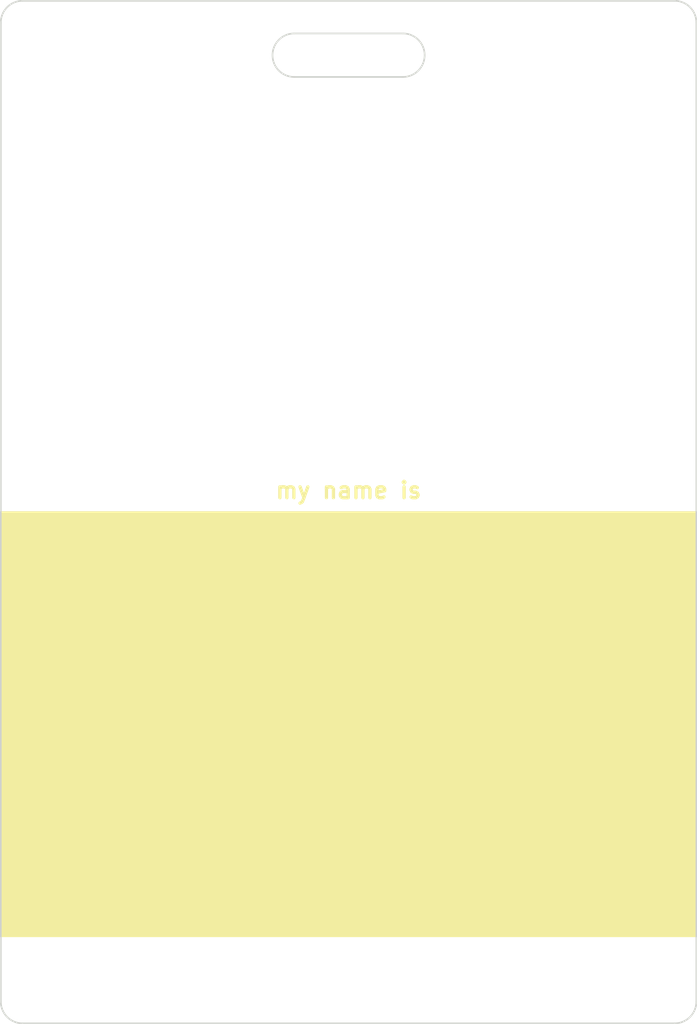
<source format=kicad_pcb>
(kicad_pcb (version 20171130) (host pcbnew "(5.0.0-rc3-dev-2-g101b68b61)")

  (general
    (thickness 1.6)
    (drawings 14)
    (tracks 0)
    (zones 0)
    (modules 0)
    (nets 1)
  )

  (page A4)
  (layers
    (0 F.Cu signal)
    (31 B.Cu signal)
    (32 B.Adhes user)
    (33 F.Adhes user)
    (34 B.Paste user)
    (35 F.Paste user)
    (36 B.SilkS user)
    (37 F.SilkS user)
    (38 B.Mask user)
    (39 F.Mask user)
    (40 Dwgs.User user)
    (41 Cmts.User user)
    (42 Eco1.User user)
    (43 Eco2.User user)
    (44 Edge.Cuts user)
    (45 Margin user)
    (46 B.CrtYd user)
    (47 F.CrtYd user)
    (48 B.Fab user)
    (49 F.Fab user)
  )

  (setup
    (last_trace_width 0.25)
    (trace_clearance 0.2)
    (zone_clearance 0.508)
    (zone_45_only no)
    (trace_min 0.2)
    (segment_width 0.2)
    (edge_width 0.15)
    (via_size 0.8)
    (via_drill 0.4)
    (via_min_size 0.4)
    (via_min_drill 0.3)
    (uvia_size 0.3)
    (uvia_drill 0.1)
    (uvias_allowed no)
    (uvia_min_size 0.2)
    (uvia_min_drill 0.1)
    (pcb_text_width 0.3)
    (pcb_text_size 1.5 1.5)
    (mod_edge_width 0.15)
    (mod_text_size 1 1)
    (mod_text_width 0.15)
    (pad_size 1.524 1.524)
    (pad_drill 0.762)
    (pad_to_mask_clearance 0.2)
    (aux_axis_origin 0 0)
    (visible_elements FFFFFF7F)
    (pcbplotparams
      (layerselection 0x010fc_ffffffff)
      (usegerberextensions false)
      (usegerberattributes false)
      (usegerberadvancedattributes false)
      (creategerberjobfile false)
      (excludeedgelayer true)
      (linewidth 0.100000)
      (plotframeref false)
      (viasonmask false)
      (mode 1)
      (useauxorigin false)
      (hpglpennumber 1)
      (hpglpenspeed 20)
      (hpglpendiameter 15.000000)
      (psnegative false)
      (psa4output false)
      (plotreference true)
      (plotvalue true)
      (plotinvisibletext false)
      (padsonsilk false)
      (subtractmaskfromsilk false)
      (outputformat 1)
      (mirror false)
      (drillshape 1)
      (scaleselection 1)
      (outputdirectory ""))
  )

  (net 0 "")

  (net_class Default "This is the default net class."
    (clearance 0.2)
    (trace_width 0.25)
    (via_dia 0.8)
    (via_drill 0.4)
    (uvia_dia 0.3)
    (uvia_drill 0.1)
  )

  (gr_text "my name is" (at 82 93) (layer F.SilkS)
    (effects (font (size 1.5 1.5) (thickness 0.3)))
  )
  (gr_poly (pts (xy 50 95) (xy 114 95) (xy 114 134) (xy 50 134)) (layer F.SilkS) (width 0.15))
  (gr_arc (start 87 53) (end 87 55) (angle -180) (layer Edge.Cuts) (width 0.15))
  (gr_arc (start 77 53) (end 77 51) (angle -180) (layer Edge.Cuts) (width 0.15))
  (gr_line (start 87 55) (end 77 55) (layer Edge.Cuts) (width 0.15))
  (gr_line (start 77 51) (end 87 51) (layer Edge.Cuts) (width 0.15))
  (gr_line (start 114 50) (end 114 140) (layer Edge.Cuts) (width 0.15))
  (gr_arc (start 112 50) (end 114 50) (angle -90) (layer Edge.Cuts) (width 0.15))
  (gr_arc (start 112 140) (end 112 142) (angle -90) (layer Edge.Cuts) (width 0.15))
  (gr_line (start 52 142) (end 112 142) (layer Edge.Cuts) (width 0.15) (tstamp 5BC69995))
  (gr_line (start 52 48) (end 112 48) (layer Edge.Cuts) (width 0.15))
  (gr_arc (start 52 140) (end 50 140) (angle -90) (layer Edge.Cuts) (width 0.15))
  (gr_arc (start 52 50) (end 52 48) (angle -90) (layer Edge.Cuts) (width 0.15))
  (gr_line (start 50 50) (end 50 140) (layer Edge.Cuts) (width 0.15))

)

</source>
